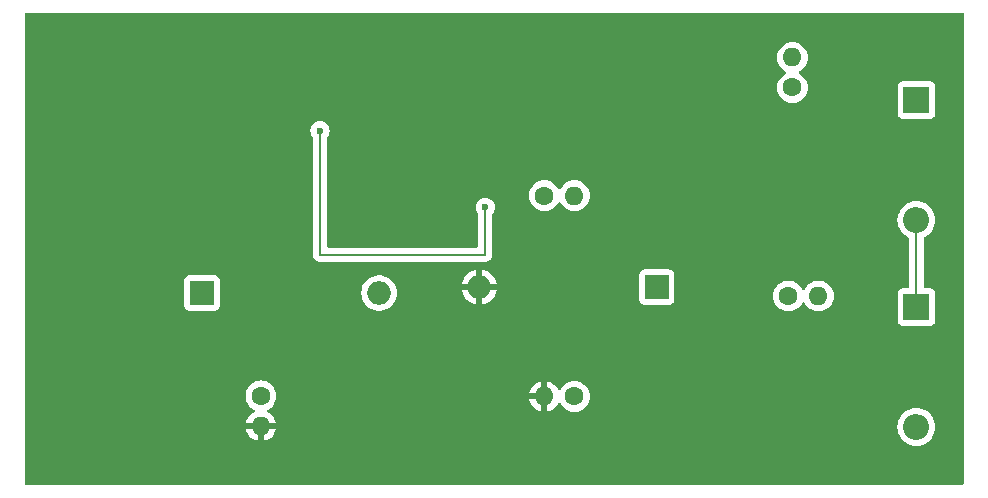
<source format=gbr>
%TF.GenerationSoftware,KiCad,Pcbnew,8.0.6*%
%TF.CreationDate,2024-11-12T11:26:48-05:00*%
%TF.ProjectId,Lab8 Schematic,4c616238-2053-4636-9865-6d617469632e,rev?*%
%TF.SameCoordinates,Original*%
%TF.FileFunction,Copper,L2,Bot*%
%TF.FilePolarity,Positive*%
%FSLAX46Y46*%
G04 Gerber Fmt 4.6, Leading zero omitted, Abs format (unit mm)*
G04 Created by KiCad (PCBNEW 8.0.6) date 2024-11-12 11:26:48*
%MOMM*%
%LPD*%
G01*
G04 APERTURE LIST*
%TA.AperFunction,ComponentPad*%
%ADD10R,2.000000X2.000000*%
%TD*%
%TA.AperFunction,ComponentPad*%
%ADD11O,2.000000X2.000000*%
%TD*%
%TA.AperFunction,ComponentPad*%
%ADD12C,1.600000*%
%TD*%
%TA.AperFunction,ComponentPad*%
%ADD13O,1.600000X1.600000*%
%TD*%
%TA.AperFunction,ComponentPad*%
%ADD14R,2.200000X2.200000*%
%TD*%
%TA.AperFunction,ComponentPad*%
%ADD15O,2.200000X2.200000*%
%TD*%
%TA.AperFunction,ViaPad*%
%ADD16C,0.600000*%
%TD*%
%TA.AperFunction,Conductor*%
%ADD17C,0.200000*%
%TD*%
G04 APERTURE END LIST*
D10*
%TO.P,C2,1*%
%TO.N,Net-(U3-+)*%
X149500000Y-56257500D03*
D11*
%TO.P,C2,2*%
%TO.N,GND*%
X134500000Y-56257500D03*
%TD*%
D10*
%TO.P,C1,1*%
%TO.N,Net-(U1--)*%
X111000000Y-56742500D03*
D11*
%TO.P,C1,2*%
%TO.N,Net-(U2-+)*%
X126000000Y-56742500D03*
%TD*%
D12*
%TO.P,R5,1*%
%TO.N,Net-(R4-Pad2)*%
X160655000Y-57000000D03*
D13*
%TO.P,R5,2*%
%TO.N,Net-(D1-A)*%
X163195000Y-57000000D03*
%TD*%
D12*
%TO.P,R4,1*%
%TO.N,Net-(U3--)*%
X161000000Y-39345000D03*
D13*
%TO.P,R4,2*%
%TO.N,Net-(R4-Pad2)*%
X161000000Y-36805000D03*
%TD*%
%TO.P,R3,2*%
%TO.N,GND*%
X140000000Y-65500000D03*
D12*
%TO.P,R3,1*%
%TO.N,Net-(U3--)*%
X142540000Y-65500000D03*
%TD*%
%TO.P,R2,1*%
%TO.N,Net-(U2--)*%
X140000000Y-48500000D03*
D13*
%TO.P,R2,2*%
%TO.N,Net-(U3-+)*%
X142540000Y-48500000D03*
%TD*%
D12*
%TO.P,R1,1*%
%TO.N,Net-(U2-+)*%
X116000000Y-65460000D03*
D13*
%TO.P,R1,2*%
%TO.N,GND*%
X116000000Y-68000000D03*
%TD*%
D14*
%TO.P,D1,1,K*%
%TO.N,+3.3V*%
X171500000Y-40420000D03*
D15*
%TO.P,D1,2,A*%
%TO.N,Net-(D1-A)*%
X171500000Y-50580000D03*
%TD*%
D14*
%TO.P,D2,1,K*%
%TO.N,Net-(D1-A)*%
X171500000Y-57920000D03*
D15*
%TO.P,D2,2,A*%
%TO.N,-3V3*%
X171500000Y-68080000D03*
%TD*%
D16*
%TO.N,Net-(U2--)*%
X121000000Y-43000000D03*
X135000000Y-49500000D03*
%TD*%
D17*
%TO.N,Net-(D1-A)*%
X171500000Y-57920000D02*
X171500000Y-50580000D01*
%TO.N,Net-(U2--)*%
X121000000Y-43000000D02*
X121000000Y-53500000D01*
X135000000Y-53500000D02*
X135000000Y-49500000D01*
X121000000Y-53500000D02*
X135000000Y-53500000D01*
%TD*%
%TA.AperFunction,Conductor*%
%TO.N,GND*%
G36*
X175443039Y-33020185D02*
G01*
X175488794Y-33072989D01*
X175500000Y-33124500D01*
X175500000Y-72876000D01*
X175480315Y-72943039D01*
X175427511Y-72988794D01*
X175376000Y-73000000D01*
X96124000Y-73000000D01*
X96056961Y-72980315D01*
X96011206Y-72927511D01*
X96000000Y-72876000D01*
X96000000Y-65459998D01*
X114694532Y-65459998D01*
X114694532Y-65460001D01*
X114714364Y-65686686D01*
X114714366Y-65686697D01*
X114773258Y-65906488D01*
X114773261Y-65906497D01*
X114869431Y-66112732D01*
X114869432Y-66112734D01*
X114999954Y-66299141D01*
X115160858Y-66460045D01*
X115160861Y-66460047D01*
X115347266Y-66590568D01*
X115405865Y-66617893D01*
X115458305Y-66664065D01*
X115477457Y-66731258D01*
X115457242Y-66798139D01*
X115405867Y-66842657D01*
X115347515Y-66869867D01*
X115161179Y-67000342D01*
X115000342Y-67161179D01*
X114869865Y-67347517D01*
X114773734Y-67553673D01*
X114773730Y-67553682D01*
X114721127Y-67749999D01*
X114721128Y-67750000D01*
X115684314Y-67750000D01*
X115679920Y-67754394D01*
X115627259Y-67845606D01*
X115600000Y-67947339D01*
X115600000Y-68052661D01*
X115627259Y-68154394D01*
X115679920Y-68245606D01*
X115684314Y-68250000D01*
X114721128Y-68250000D01*
X114773730Y-68446317D01*
X114773734Y-68446326D01*
X114869865Y-68652482D01*
X115000342Y-68838820D01*
X115161179Y-68999657D01*
X115347517Y-69130134D01*
X115553673Y-69226265D01*
X115553682Y-69226269D01*
X115749999Y-69278872D01*
X115750000Y-69278871D01*
X115750000Y-68315686D01*
X115754394Y-68320080D01*
X115845606Y-68372741D01*
X115947339Y-68400000D01*
X116052661Y-68400000D01*
X116154394Y-68372741D01*
X116245606Y-68320080D01*
X116250000Y-68315686D01*
X116250000Y-69278872D01*
X116446317Y-69226269D01*
X116446326Y-69226265D01*
X116652482Y-69130134D01*
X116838820Y-68999657D01*
X116999657Y-68838820D01*
X117130134Y-68652482D01*
X117226265Y-68446326D01*
X117226269Y-68446317D01*
X117278872Y-68250000D01*
X116315686Y-68250000D01*
X116320080Y-68245606D01*
X116372741Y-68154394D01*
X116392675Y-68080000D01*
X169894551Y-68080000D01*
X169914317Y-68331151D01*
X169973126Y-68576110D01*
X170069533Y-68808859D01*
X170201160Y-69023653D01*
X170201161Y-69023656D01*
X170201164Y-69023659D01*
X170364776Y-69215224D01*
X170513066Y-69341875D01*
X170556343Y-69378838D01*
X170556346Y-69378839D01*
X170771140Y-69510466D01*
X171003889Y-69606873D01*
X171248852Y-69665683D01*
X171500000Y-69685449D01*
X171751148Y-69665683D01*
X171996111Y-69606873D01*
X172228859Y-69510466D01*
X172443659Y-69378836D01*
X172635224Y-69215224D01*
X172798836Y-69023659D01*
X172930466Y-68808859D01*
X173026873Y-68576111D01*
X173085683Y-68331148D01*
X173105449Y-68080000D01*
X173085683Y-67828852D01*
X173026873Y-67583889D01*
X172930466Y-67351141D01*
X172930466Y-67351140D01*
X172798839Y-67136346D01*
X172798838Y-67136343D01*
X172761875Y-67093066D01*
X172635224Y-66944776D01*
X172508571Y-66836604D01*
X172443656Y-66781161D01*
X172443653Y-66781160D01*
X172228859Y-66649533D01*
X171996110Y-66553126D01*
X171751151Y-66494317D01*
X171500000Y-66474551D01*
X171248848Y-66494317D01*
X171003889Y-66553126D01*
X170771140Y-66649533D01*
X170556346Y-66781160D01*
X170556343Y-66781161D01*
X170364776Y-66944776D01*
X170201161Y-67136343D01*
X170201160Y-67136346D01*
X170069533Y-67351140D01*
X169973126Y-67583889D01*
X169914317Y-67828848D01*
X169894551Y-68080000D01*
X116392675Y-68080000D01*
X116400000Y-68052661D01*
X116400000Y-67947339D01*
X116372741Y-67845606D01*
X116320080Y-67754394D01*
X116315686Y-67750000D01*
X117278872Y-67750000D01*
X117278872Y-67749999D01*
X117226269Y-67553682D01*
X117226265Y-67553673D01*
X117130134Y-67347517D01*
X116999657Y-67161179D01*
X116838820Y-67000342D01*
X116652482Y-66869865D01*
X116594133Y-66842657D01*
X116541694Y-66796484D01*
X116522542Y-66729291D01*
X116542758Y-66662410D01*
X116594129Y-66617895D01*
X116652734Y-66590568D01*
X116839139Y-66460047D01*
X117000047Y-66299139D01*
X117130568Y-66112734D01*
X117226739Y-65906496D01*
X117285635Y-65686692D01*
X117305468Y-65460000D01*
X117287095Y-65249999D01*
X138721127Y-65249999D01*
X138721128Y-65250000D01*
X139684314Y-65250000D01*
X139679920Y-65254394D01*
X139627259Y-65345606D01*
X139600000Y-65447339D01*
X139600000Y-65552661D01*
X139627259Y-65654394D01*
X139679920Y-65745606D01*
X139684314Y-65750000D01*
X138721128Y-65750000D01*
X138773730Y-65946317D01*
X138773734Y-65946326D01*
X138869865Y-66152482D01*
X139000342Y-66338820D01*
X139161179Y-66499657D01*
X139347517Y-66630134D01*
X139553673Y-66726265D01*
X139553682Y-66726269D01*
X139749999Y-66778872D01*
X139750000Y-66778871D01*
X139750000Y-65815686D01*
X139754394Y-65820080D01*
X139845606Y-65872741D01*
X139947339Y-65900000D01*
X140052661Y-65900000D01*
X140154394Y-65872741D01*
X140245606Y-65820080D01*
X140250000Y-65815686D01*
X140250000Y-66778872D01*
X140446317Y-66726269D01*
X140446326Y-66726265D01*
X140652482Y-66630134D01*
X140838820Y-66499657D01*
X140999657Y-66338820D01*
X141130132Y-66152484D01*
X141157341Y-66094134D01*
X141203513Y-66041695D01*
X141270707Y-66022542D01*
X141337588Y-66042757D01*
X141382106Y-66094133D01*
X141409431Y-66152732D01*
X141409432Y-66152734D01*
X141539954Y-66339141D01*
X141700858Y-66500045D01*
X141700861Y-66500047D01*
X141887266Y-66630568D01*
X142093504Y-66726739D01*
X142313308Y-66785635D01*
X142475230Y-66799801D01*
X142539998Y-66805468D01*
X142540000Y-66805468D01*
X142540002Y-66805468D01*
X142596673Y-66800509D01*
X142766692Y-66785635D01*
X142986496Y-66726739D01*
X143192734Y-66630568D01*
X143379139Y-66500047D01*
X143540047Y-66339139D01*
X143670568Y-66152734D01*
X143766739Y-65946496D01*
X143825635Y-65726692D01*
X143845468Y-65500000D01*
X143841968Y-65460000D01*
X143825635Y-65273313D01*
X143825635Y-65273308D01*
X143766739Y-65053504D01*
X143670568Y-64847266D01*
X143540047Y-64660861D01*
X143540045Y-64660858D01*
X143379141Y-64499954D01*
X143192734Y-64369432D01*
X143192732Y-64369431D01*
X142986497Y-64273261D01*
X142986488Y-64273258D01*
X142766697Y-64214366D01*
X142766693Y-64214365D01*
X142766692Y-64214365D01*
X142766691Y-64214364D01*
X142766686Y-64214364D01*
X142540002Y-64194532D01*
X142539998Y-64194532D01*
X142313313Y-64214364D01*
X142313302Y-64214366D01*
X142093511Y-64273258D01*
X142093502Y-64273261D01*
X141887267Y-64369431D01*
X141887265Y-64369432D01*
X141700858Y-64499954D01*
X141539954Y-64660858D01*
X141437439Y-64807267D01*
X141409432Y-64847266D01*
X141409315Y-64847518D01*
X141382106Y-64905867D01*
X141335933Y-64958306D01*
X141268739Y-64977457D01*
X141201858Y-64957241D01*
X141157342Y-64905865D01*
X141130135Y-64847520D01*
X141130134Y-64847518D01*
X140999657Y-64661179D01*
X140838820Y-64500342D01*
X140652482Y-64369865D01*
X140446328Y-64273734D01*
X140250000Y-64221127D01*
X140250000Y-65184314D01*
X140245606Y-65179920D01*
X140154394Y-65127259D01*
X140052661Y-65100000D01*
X139947339Y-65100000D01*
X139845606Y-65127259D01*
X139754394Y-65179920D01*
X139750000Y-65184314D01*
X139750000Y-64221127D01*
X139553671Y-64273734D01*
X139347517Y-64369865D01*
X139161179Y-64500342D01*
X139000342Y-64661179D01*
X138869865Y-64847517D01*
X138773734Y-65053673D01*
X138773730Y-65053682D01*
X138721127Y-65249999D01*
X117287095Y-65249999D01*
X117285635Y-65233308D01*
X117226739Y-65013504D01*
X117130568Y-64807266D01*
X117000047Y-64620861D01*
X117000045Y-64620858D01*
X116839141Y-64459954D01*
X116652734Y-64329432D01*
X116652732Y-64329431D01*
X116446497Y-64233261D01*
X116446488Y-64233258D01*
X116226697Y-64174366D01*
X116226693Y-64174365D01*
X116226692Y-64174365D01*
X116226691Y-64174364D01*
X116226686Y-64174364D01*
X116000002Y-64154532D01*
X115999998Y-64154532D01*
X115773313Y-64174364D01*
X115773302Y-64174366D01*
X115553511Y-64233258D01*
X115553502Y-64233261D01*
X115347267Y-64329431D01*
X115347265Y-64329432D01*
X115160858Y-64459954D01*
X114999954Y-64620858D01*
X114869432Y-64807265D01*
X114869431Y-64807267D01*
X114773261Y-65013502D01*
X114773258Y-65013511D01*
X114714366Y-65233302D01*
X114714364Y-65233313D01*
X114694532Y-65459998D01*
X96000000Y-65459998D01*
X96000000Y-55694635D01*
X109499500Y-55694635D01*
X109499500Y-57790370D01*
X109499501Y-57790376D01*
X109505908Y-57849983D01*
X109556202Y-57984828D01*
X109556206Y-57984835D01*
X109642452Y-58100044D01*
X109642455Y-58100047D01*
X109757664Y-58186293D01*
X109757671Y-58186297D01*
X109892517Y-58236591D01*
X109892516Y-58236591D01*
X109899444Y-58237335D01*
X109952127Y-58243000D01*
X112047872Y-58242999D01*
X112107483Y-58236591D01*
X112242331Y-58186296D01*
X112357546Y-58100046D01*
X112443796Y-57984831D01*
X112494091Y-57849983D01*
X112500500Y-57790373D01*
X112500499Y-56742494D01*
X124494357Y-56742494D01*
X124494357Y-56742505D01*
X124514890Y-56990312D01*
X124514892Y-56990324D01*
X124575936Y-57231381D01*
X124675826Y-57459106D01*
X124811833Y-57667282D01*
X124811836Y-57667285D01*
X124980256Y-57850238D01*
X125176491Y-58002974D01*
X125395190Y-58121328D01*
X125630386Y-58202071D01*
X125875665Y-58243000D01*
X126124335Y-58243000D01*
X126369614Y-58202071D01*
X126604810Y-58121328D01*
X126823509Y-58002974D01*
X127019744Y-57850238D01*
X127188164Y-57667285D01*
X127324173Y-57459107D01*
X127424063Y-57231381D01*
X127485108Y-56990321D01*
X127485109Y-56990312D01*
X127505643Y-56742505D01*
X127505643Y-56742494D01*
X127485109Y-56494687D01*
X127485107Y-56494675D01*
X127424063Y-56253618D01*
X127324173Y-56025893D01*
X127312156Y-56007500D01*
X133015960Y-56007500D01*
X134066988Y-56007500D01*
X134034075Y-56064507D01*
X134000000Y-56191674D01*
X134000000Y-56323326D01*
X134034075Y-56450493D01*
X134066988Y-56507500D01*
X133015960Y-56507500D01*
X133076411Y-56746216D01*
X133176267Y-56973867D01*
X133312232Y-57181978D01*
X133480592Y-57364864D01*
X133480602Y-57364873D01*
X133676762Y-57517551D01*
X133676771Y-57517557D01*
X133895385Y-57635864D01*
X133895396Y-57635869D01*
X134130507Y-57716583D01*
X134249999Y-57736523D01*
X134250000Y-57736522D01*
X134250000Y-56690512D01*
X134307007Y-56723425D01*
X134434174Y-56757500D01*
X134565826Y-56757500D01*
X134692993Y-56723425D01*
X134750000Y-56690512D01*
X134750000Y-57736523D01*
X134869492Y-57716583D01*
X135104603Y-57635869D01*
X135104614Y-57635864D01*
X135323228Y-57517557D01*
X135323237Y-57517551D01*
X135519397Y-57364873D01*
X135519407Y-57364864D01*
X135687767Y-57181978D01*
X135823732Y-56973867D01*
X135923588Y-56746216D01*
X135984040Y-56507500D01*
X134933012Y-56507500D01*
X134965925Y-56450493D01*
X135000000Y-56323326D01*
X135000000Y-56191674D01*
X134965925Y-56064507D01*
X134933012Y-56007500D01*
X135984040Y-56007500D01*
X135923588Y-55768783D01*
X135823732Y-55541132D01*
X135687767Y-55333021D01*
X135574181Y-55209635D01*
X147999500Y-55209635D01*
X147999500Y-57305370D01*
X147999501Y-57305376D01*
X148005908Y-57364983D01*
X148056202Y-57499828D01*
X148056206Y-57499835D01*
X148142452Y-57615044D01*
X148142455Y-57615047D01*
X148257664Y-57701293D01*
X148257671Y-57701297D01*
X148392517Y-57751591D01*
X148392516Y-57751591D01*
X148399444Y-57752335D01*
X148452127Y-57758000D01*
X150547872Y-57757999D01*
X150607483Y-57751591D01*
X150742331Y-57701296D01*
X150857546Y-57615046D01*
X150943796Y-57499831D01*
X150994091Y-57364983D01*
X151000500Y-57305373D01*
X151000500Y-56999998D01*
X159349532Y-56999998D01*
X159349532Y-57000001D01*
X159369364Y-57226685D01*
X159369366Y-57226697D01*
X159428258Y-57446488D01*
X159428261Y-57446497D01*
X159524431Y-57652732D01*
X159524432Y-57652734D01*
X159654954Y-57839141D01*
X159815858Y-58000045D01*
X159815861Y-58000047D01*
X160002266Y-58130568D01*
X160208504Y-58226739D01*
X160428308Y-58285635D01*
X160590230Y-58299801D01*
X160654998Y-58305468D01*
X160655000Y-58305468D01*
X160655002Y-58305468D01*
X160711673Y-58300509D01*
X160881692Y-58285635D01*
X161101496Y-58226739D01*
X161307734Y-58130568D01*
X161494139Y-58000047D01*
X161655047Y-57839139D01*
X161785568Y-57652734D01*
X161812618Y-57594724D01*
X161858790Y-57542285D01*
X161925983Y-57523133D01*
X161992865Y-57543348D01*
X162037382Y-57594725D01*
X162064429Y-57652728D01*
X162064432Y-57652734D01*
X162194954Y-57839141D01*
X162355858Y-58000045D01*
X162355861Y-58000047D01*
X162542266Y-58130568D01*
X162748504Y-58226739D01*
X162968308Y-58285635D01*
X163130230Y-58299801D01*
X163194998Y-58305468D01*
X163195000Y-58305468D01*
X163195002Y-58305468D01*
X163251673Y-58300509D01*
X163421692Y-58285635D01*
X163641496Y-58226739D01*
X163847734Y-58130568D01*
X164034139Y-58000047D01*
X164195047Y-57839139D01*
X164325568Y-57652734D01*
X164421739Y-57446496D01*
X164480635Y-57226692D01*
X164500468Y-57000000D01*
X164499621Y-56990324D01*
X164480635Y-56773313D01*
X164480635Y-56773308D01*
X164435916Y-56606415D01*
X164421741Y-56553511D01*
X164421738Y-56553502D01*
X164325568Y-56347267D01*
X164325567Y-56347265D01*
X164259995Y-56253618D01*
X164195047Y-56160861D01*
X164195045Y-56160858D01*
X164034141Y-55999954D01*
X163847734Y-55869432D01*
X163847732Y-55869431D01*
X163641497Y-55773261D01*
X163641488Y-55773258D01*
X163421697Y-55714366D01*
X163421693Y-55714365D01*
X163421692Y-55714365D01*
X163421691Y-55714364D01*
X163421686Y-55714364D01*
X163195002Y-55694532D01*
X163194998Y-55694532D01*
X162968313Y-55714364D01*
X162968302Y-55714366D01*
X162748511Y-55773258D01*
X162748502Y-55773261D01*
X162542267Y-55869431D01*
X162542265Y-55869432D01*
X162355858Y-55999954D01*
X162194954Y-56160858D01*
X162064432Y-56347265D01*
X162064431Y-56347267D01*
X162037382Y-56405275D01*
X161991209Y-56457714D01*
X161924016Y-56476866D01*
X161857135Y-56456650D01*
X161812618Y-56405275D01*
X161785568Y-56347267D01*
X161785567Y-56347265D01*
X161719995Y-56253618D01*
X161655047Y-56160861D01*
X161655045Y-56160858D01*
X161494141Y-55999954D01*
X161307734Y-55869432D01*
X161307732Y-55869431D01*
X161101497Y-55773261D01*
X161101488Y-55773258D01*
X160881697Y-55714366D01*
X160881693Y-55714365D01*
X160881692Y-55714365D01*
X160881691Y-55714364D01*
X160881686Y-55714364D01*
X160655002Y-55694532D01*
X160654998Y-55694532D01*
X160428313Y-55714364D01*
X160428302Y-55714366D01*
X160208511Y-55773258D01*
X160208502Y-55773261D01*
X160002267Y-55869431D01*
X160002265Y-55869432D01*
X159815858Y-55999954D01*
X159654954Y-56160858D01*
X159524432Y-56347265D01*
X159524431Y-56347267D01*
X159428261Y-56553502D01*
X159428258Y-56553511D01*
X159369366Y-56773302D01*
X159369364Y-56773313D01*
X159349532Y-56999998D01*
X151000500Y-56999998D01*
X151000499Y-55209628D01*
X150994091Y-55150017D01*
X150943796Y-55015169D01*
X150943795Y-55015168D01*
X150943793Y-55015164D01*
X150857547Y-54899955D01*
X150857544Y-54899952D01*
X150742335Y-54813706D01*
X150742328Y-54813702D01*
X150607482Y-54763408D01*
X150607483Y-54763408D01*
X150547883Y-54757001D01*
X150547881Y-54757000D01*
X150547873Y-54757000D01*
X150547864Y-54757000D01*
X148452129Y-54757000D01*
X148452123Y-54757001D01*
X148392516Y-54763408D01*
X148257671Y-54813702D01*
X148257664Y-54813706D01*
X148142455Y-54899952D01*
X148142452Y-54899955D01*
X148056206Y-55015164D01*
X148056202Y-55015171D01*
X148005908Y-55150017D01*
X147999501Y-55209616D01*
X147999501Y-55209623D01*
X147999500Y-55209635D01*
X135574181Y-55209635D01*
X135519407Y-55150135D01*
X135519397Y-55150126D01*
X135323237Y-54997448D01*
X135323228Y-54997442D01*
X135104614Y-54879135D01*
X135104603Y-54879130D01*
X134869492Y-54798416D01*
X134750000Y-54778476D01*
X134750000Y-55824488D01*
X134692993Y-55791575D01*
X134565826Y-55757500D01*
X134434174Y-55757500D01*
X134307007Y-55791575D01*
X134250000Y-55824488D01*
X134250000Y-54778476D01*
X134249999Y-54778476D01*
X134130507Y-54798416D01*
X133895396Y-54879130D01*
X133895385Y-54879135D01*
X133676771Y-54997442D01*
X133676762Y-54997448D01*
X133480602Y-55150126D01*
X133480592Y-55150135D01*
X133312232Y-55333021D01*
X133176267Y-55541132D01*
X133076411Y-55768783D01*
X133015960Y-56007500D01*
X127312156Y-56007500D01*
X127188166Y-55817717D01*
X127132732Y-55757500D01*
X127019744Y-55634762D01*
X126823509Y-55482026D01*
X126823507Y-55482025D01*
X126823506Y-55482024D01*
X126604811Y-55363672D01*
X126604802Y-55363669D01*
X126369616Y-55282929D01*
X126124335Y-55242000D01*
X125875665Y-55242000D01*
X125630383Y-55282929D01*
X125395197Y-55363669D01*
X125395188Y-55363672D01*
X125176493Y-55482024D01*
X124980257Y-55634761D01*
X124811833Y-55817717D01*
X124675826Y-56025893D01*
X124575936Y-56253618D01*
X124514892Y-56494675D01*
X124514890Y-56494687D01*
X124494357Y-56742494D01*
X112500499Y-56742494D01*
X112500499Y-55694628D01*
X112494091Y-55635017D01*
X112443796Y-55500169D01*
X112443795Y-55500168D01*
X112443793Y-55500164D01*
X112357547Y-55384955D01*
X112357544Y-55384952D01*
X112242335Y-55298706D01*
X112242328Y-55298702D01*
X112107482Y-55248408D01*
X112107483Y-55248408D01*
X112047883Y-55242001D01*
X112047881Y-55242000D01*
X112047873Y-55242000D01*
X112047864Y-55242000D01*
X109952129Y-55242000D01*
X109952123Y-55242001D01*
X109892516Y-55248408D01*
X109757671Y-55298702D01*
X109757664Y-55298706D01*
X109642455Y-55384952D01*
X109642452Y-55384955D01*
X109556206Y-55500164D01*
X109556202Y-55500171D01*
X109505908Y-55635017D01*
X109499510Y-55694532D01*
X109499501Y-55694623D01*
X109499500Y-55694635D01*
X96000000Y-55694635D01*
X96000000Y-42999996D01*
X120194435Y-42999996D01*
X120194435Y-43000003D01*
X120214630Y-43179249D01*
X120214631Y-43179254D01*
X120274211Y-43349523D01*
X120370185Y-43502263D01*
X120372445Y-43505097D01*
X120373334Y-43507275D01*
X120373889Y-43508158D01*
X120373734Y-43508255D01*
X120398855Y-43569783D01*
X120399500Y-43582412D01*
X120399500Y-53579056D01*
X120440423Y-53731783D01*
X120440426Y-53731790D01*
X120519475Y-53868709D01*
X120519479Y-53868714D01*
X120519480Y-53868716D01*
X120631284Y-53980520D01*
X120631286Y-53980521D01*
X120631290Y-53980524D01*
X120768209Y-54059573D01*
X120768216Y-54059577D01*
X120920943Y-54100500D01*
X120920945Y-54100500D01*
X135079055Y-54100500D01*
X135079057Y-54100500D01*
X135231784Y-54059577D01*
X135368716Y-53980520D01*
X135480520Y-53868716D01*
X135559577Y-53731784D01*
X135600500Y-53579057D01*
X135600500Y-50580000D01*
X169894551Y-50580000D01*
X169914317Y-50831151D01*
X169973126Y-51076110D01*
X170069533Y-51308859D01*
X170201160Y-51523653D01*
X170201161Y-51523656D01*
X170201164Y-51523659D01*
X170364776Y-51715224D01*
X170513066Y-51841875D01*
X170556343Y-51878838D01*
X170556345Y-51878838D01*
X170771141Y-52010466D01*
X170822953Y-52031927D01*
X170877355Y-52075765D01*
X170899421Y-52142059D01*
X170899500Y-52146487D01*
X170899500Y-56195500D01*
X170879815Y-56262539D01*
X170827011Y-56308294D01*
X170775500Y-56319500D01*
X170352129Y-56319500D01*
X170352123Y-56319501D01*
X170292516Y-56325908D01*
X170157671Y-56376202D01*
X170157664Y-56376206D01*
X170042455Y-56462452D01*
X170042452Y-56462455D01*
X169956206Y-56577664D01*
X169956202Y-56577671D01*
X169905908Y-56712517D01*
X169899501Y-56772116D01*
X169899501Y-56772123D01*
X169899500Y-56772135D01*
X169899500Y-59067870D01*
X169899501Y-59067876D01*
X169905908Y-59127483D01*
X169956202Y-59262328D01*
X169956206Y-59262335D01*
X170042452Y-59377544D01*
X170042455Y-59377547D01*
X170157664Y-59463793D01*
X170157671Y-59463797D01*
X170292517Y-59514091D01*
X170292516Y-59514091D01*
X170299444Y-59514835D01*
X170352127Y-59520500D01*
X172647872Y-59520499D01*
X172707483Y-59514091D01*
X172842331Y-59463796D01*
X172957546Y-59377546D01*
X173043796Y-59262331D01*
X173094091Y-59127483D01*
X173100500Y-59067873D01*
X173100499Y-56772128D01*
X173094091Y-56712517D01*
X173043796Y-56577669D01*
X173043795Y-56577668D01*
X173043793Y-56577664D01*
X172957547Y-56462455D01*
X172957544Y-56462452D01*
X172842335Y-56376206D01*
X172842328Y-56376202D01*
X172707482Y-56325908D01*
X172707483Y-56325908D01*
X172647883Y-56319501D01*
X172647881Y-56319500D01*
X172647873Y-56319500D01*
X172647865Y-56319500D01*
X172224500Y-56319500D01*
X172157461Y-56299815D01*
X172111706Y-56247011D01*
X172100500Y-56195500D01*
X172100500Y-52146487D01*
X172120185Y-52079448D01*
X172172989Y-52033693D01*
X172177002Y-52031945D01*
X172228859Y-52010466D01*
X172443659Y-51878836D01*
X172635224Y-51715224D01*
X172798836Y-51523659D01*
X172930466Y-51308859D01*
X173026873Y-51076111D01*
X173085683Y-50831148D01*
X173105449Y-50580000D01*
X173085683Y-50328852D01*
X173026873Y-50083889D01*
X172998493Y-50015373D01*
X172930466Y-49851140D01*
X172798839Y-49636346D01*
X172798838Y-49636343D01*
X172761875Y-49593066D01*
X172635224Y-49444776D01*
X172490008Y-49320750D01*
X172443656Y-49281161D01*
X172443653Y-49281160D01*
X172228859Y-49149533D01*
X171996110Y-49053126D01*
X171751151Y-48994317D01*
X171500000Y-48974551D01*
X171248848Y-48994317D01*
X171003889Y-49053126D01*
X170771140Y-49149533D01*
X170556346Y-49281160D01*
X170556343Y-49281161D01*
X170364776Y-49444776D01*
X170201161Y-49636343D01*
X170201160Y-49636346D01*
X170069533Y-49851140D01*
X169973126Y-50083889D01*
X169914317Y-50328848D01*
X169894551Y-50580000D01*
X135600500Y-50580000D01*
X135600500Y-50082412D01*
X135620185Y-50015373D01*
X135627555Y-50005097D01*
X135629810Y-50002267D01*
X135629816Y-50002262D01*
X135725789Y-49849522D01*
X135785368Y-49679255D01*
X135790203Y-49636343D01*
X135805565Y-49500003D01*
X135805565Y-49499996D01*
X135785369Y-49320750D01*
X135785368Y-49320745D01*
X135726578Y-49152734D01*
X135725789Y-49150478D01*
X135629816Y-48997738D01*
X135502262Y-48870184D01*
X135349523Y-48774211D01*
X135179254Y-48714631D01*
X135179249Y-48714630D01*
X135000004Y-48694435D01*
X134999996Y-48694435D01*
X134820750Y-48714630D01*
X134820745Y-48714631D01*
X134650476Y-48774211D01*
X134497737Y-48870184D01*
X134370184Y-48997737D01*
X134274211Y-49150476D01*
X134214631Y-49320745D01*
X134214630Y-49320750D01*
X134194435Y-49499996D01*
X134194435Y-49500003D01*
X134214630Y-49679249D01*
X134214631Y-49679254D01*
X134274211Y-49849523D01*
X134370185Y-50002263D01*
X134372445Y-50005097D01*
X134373334Y-50007275D01*
X134373889Y-50008158D01*
X134373734Y-50008255D01*
X134398855Y-50069783D01*
X134399500Y-50082412D01*
X134399500Y-52775500D01*
X134379815Y-52842539D01*
X134327011Y-52888294D01*
X134275500Y-52899500D01*
X121724500Y-52899500D01*
X121657461Y-52879815D01*
X121611706Y-52827011D01*
X121600500Y-52775500D01*
X121600500Y-48499998D01*
X138694532Y-48499998D01*
X138694532Y-48500001D01*
X138714364Y-48726686D01*
X138714366Y-48726697D01*
X138773258Y-48946488D01*
X138773261Y-48946497D01*
X138869431Y-49152732D01*
X138869432Y-49152734D01*
X138999954Y-49339141D01*
X139160858Y-49500045D01*
X139160861Y-49500047D01*
X139347266Y-49630568D01*
X139553504Y-49726739D01*
X139773308Y-49785635D01*
X139935230Y-49799801D01*
X139999998Y-49805468D01*
X140000000Y-49805468D01*
X140000002Y-49805468D01*
X140056673Y-49800509D01*
X140226692Y-49785635D01*
X140446496Y-49726739D01*
X140652734Y-49630568D01*
X140839139Y-49500047D01*
X141000047Y-49339139D01*
X141130568Y-49152734D01*
X141157618Y-49094724D01*
X141203790Y-49042285D01*
X141270983Y-49023133D01*
X141337865Y-49043348D01*
X141382382Y-49094725D01*
X141409429Y-49152728D01*
X141409432Y-49152734D01*
X141539954Y-49339141D01*
X141700858Y-49500045D01*
X141700861Y-49500047D01*
X141887266Y-49630568D01*
X142093504Y-49726739D01*
X142313308Y-49785635D01*
X142475230Y-49799801D01*
X142539998Y-49805468D01*
X142540000Y-49805468D01*
X142540002Y-49805468D01*
X142596673Y-49800509D01*
X142766692Y-49785635D01*
X142986496Y-49726739D01*
X143192734Y-49630568D01*
X143379139Y-49500047D01*
X143540047Y-49339139D01*
X143670568Y-49152734D01*
X143766739Y-48946496D01*
X143825635Y-48726692D01*
X143845468Y-48500000D01*
X143825635Y-48273308D01*
X143766739Y-48053504D01*
X143670568Y-47847266D01*
X143540047Y-47660861D01*
X143540045Y-47660858D01*
X143379141Y-47499954D01*
X143192734Y-47369432D01*
X143192732Y-47369431D01*
X142986497Y-47273261D01*
X142986488Y-47273258D01*
X142766697Y-47214366D01*
X142766693Y-47214365D01*
X142766692Y-47214365D01*
X142766691Y-47214364D01*
X142766686Y-47214364D01*
X142540002Y-47194532D01*
X142539998Y-47194532D01*
X142313313Y-47214364D01*
X142313302Y-47214366D01*
X142093511Y-47273258D01*
X142093502Y-47273261D01*
X141887267Y-47369431D01*
X141887265Y-47369432D01*
X141700858Y-47499954D01*
X141539954Y-47660858D01*
X141409432Y-47847265D01*
X141409431Y-47847267D01*
X141382382Y-47905275D01*
X141336209Y-47957714D01*
X141269016Y-47976866D01*
X141202135Y-47956650D01*
X141157618Y-47905275D01*
X141130568Y-47847267D01*
X141130567Y-47847265D01*
X141000045Y-47660858D01*
X140839141Y-47499954D01*
X140652734Y-47369432D01*
X140652732Y-47369431D01*
X140446497Y-47273261D01*
X140446488Y-47273258D01*
X140226697Y-47214366D01*
X140226693Y-47214365D01*
X140226692Y-47214365D01*
X140226691Y-47214364D01*
X140226686Y-47214364D01*
X140000002Y-47194532D01*
X139999998Y-47194532D01*
X139773313Y-47214364D01*
X139773302Y-47214366D01*
X139553511Y-47273258D01*
X139553502Y-47273261D01*
X139347267Y-47369431D01*
X139347265Y-47369432D01*
X139160858Y-47499954D01*
X138999954Y-47660858D01*
X138869432Y-47847265D01*
X138869431Y-47847267D01*
X138773261Y-48053502D01*
X138773258Y-48053511D01*
X138714366Y-48273302D01*
X138714364Y-48273313D01*
X138694532Y-48499998D01*
X121600500Y-48499998D01*
X121600500Y-43582412D01*
X121620185Y-43515373D01*
X121627555Y-43505097D01*
X121629810Y-43502267D01*
X121629816Y-43502262D01*
X121725789Y-43349522D01*
X121785368Y-43179255D01*
X121805565Y-43000000D01*
X121785368Y-42820745D01*
X121725789Y-42650478D01*
X121629816Y-42497738D01*
X121502262Y-42370184D01*
X121349523Y-42274211D01*
X121179254Y-42214631D01*
X121179249Y-42214630D01*
X121000004Y-42194435D01*
X120999996Y-42194435D01*
X120820750Y-42214630D01*
X120820745Y-42214631D01*
X120650476Y-42274211D01*
X120497737Y-42370184D01*
X120370184Y-42497737D01*
X120274211Y-42650476D01*
X120214631Y-42820745D01*
X120214630Y-42820750D01*
X120194435Y-42999996D01*
X96000000Y-42999996D01*
X96000000Y-36804998D01*
X159694532Y-36804998D01*
X159694532Y-36805001D01*
X159714364Y-37031686D01*
X159714366Y-37031697D01*
X159773258Y-37251488D01*
X159773261Y-37251497D01*
X159869431Y-37457732D01*
X159869432Y-37457734D01*
X159999954Y-37644141D01*
X160160858Y-37805045D01*
X160160861Y-37805047D01*
X160347266Y-37935568D01*
X160405275Y-37962618D01*
X160457714Y-38008791D01*
X160476866Y-38075984D01*
X160456650Y-38142865D01*
X160405275Y-38187382D01*
X160347267Y-38214431D01*
X160347265Y-38214432D01*
X160160858Y-38344954D01*
X159999954Y-38505858D01*
X159869432Y-38692265D01*
X159869431Y-38692267D01*
X159773261Y-38898502D01*
X159773258Y-38898511D01*
X159714366Y-39118302D01*
X159714364Y-39118313D01*
X159694532Y-39344998D01*
X159694532Y-39345001D01*
X159714364Y-39571686D01*
X159714366Y-39571697D01*
X159773258Y-39791488D01*
X159773261Y-39791497D01*
X159869431Y-39997732D01*
X159869432Y-39997734D01*
X159999954Y-40184141D01*
X160160858Y-40345045D01*
X160160861Y-40345047D01*
X160347266Y-40475568D01*
X160553504Y-40571739D01*
X160773308Y-40630635D01*
X160935230Y-40644801D01*
X160999998Y-40650468D01*
X161000000Y-40650468D01*
X161000002Y-40650468D01*
X161056673Y-40645509D01*
X161226692Y-40630635D01*
X161446496Y-40571739D01*
X161652734Y-40475568D01*
X161839139Y-40345047D01*
X162000047Y-40184139D01*
X162130568Y-39997734D01*
X162226739Y-39791496D01*
X162285635Y-39571692D01*
X162305468Y-39345000D01*
X162299093Y-39272135D01*
X169899500Y-39272135D01*
X169899500Y-41567870D01*
X169899501Y-41567876D01*
X169905908Y-41627483D01*
X169956202Y-41762328D01*
X169956206Y-41762335D01*
X170042452Y-41877544D01*
X170042455Y-41877547D01*
X170157664Y-41963793D01*
X170157671Y-41963797D01*
X170292517Y-42014091D01*
X170292516Y-42014091D01*
X170299444Y-42014835D01*
X170352127Y-42020500D01*
X172647872Y-42020499D01*
X172707483Y-42014091D01*
X172842331Y-41963796D01*
X172957546Y-41877546D01*
X173043796Y-41762331D01*
X173094091Y-41627483D01*
X173100500Y-41567873D01*
X173100499Y-39272128D01*
X173094091Y-39212517D01*
X173058955Y-39118313D01*
X173043797Y-39077671D01*
X173043793Y-39077664D01*
X172957547Y-38962455D01*
X172957544Y-38962452D01*
X172842335Y-38876206D01*
X172842328Y-38876202D01*
X172707482Y-38825908D01*
X172707483Y-38825908D01*
X172647883Y-38819501D01*
X172647881Y-38819500D01*
X172647873Y-38819500D01*
X172647864Y-38819500D01*
X170352129Y-38819500D01*
X170352123Y-38819501D01*
X170292516Y-38825908D01*
X170157671Y-38876202D01*
X170157664Y-38876206D01*
X170042455Y-38962452D01*
X170042452Y-38962455D01*
X169956206Y-39077664D01*
X169956202Y-39077671D01*
X169905908Y-39212517D01*
X169899501Y-39272116D01*
X169899501Y-39272123D01*
X169899500Y-39272135D01*
X162299093Y-39272135D01*
X162285635Y-39118308D01*
X162226739Y-38898504D01*
X162130568Y-38692266D01*
X162000047Y-38505861D01*
X162000045Y-38505858D01*
X161839141Y-38344954D01*
X161652734Y-38214432D01*
X161652728Y-38214429D01*
X161594725Y-38187382D01*
X161542285Y-38141210D01*
X161523133Y-38074017D01*
X161543348Y-38007135D01*
X161594725Y-37962618D01*
X161652734Y-37935568D01*
X161839139Y-37805047D01*
X162000047Y-37644139D01*
X162130568Y-37457734D01*
X162226739Y-37251496D01*
X162285635Y-37031692D01*
X162305468Y-36805000D01*
X162285635Y-36578308D01*
X162226739Y-36358504D01*
X162130568Y-36152266D01*
X162000047Y-35965861D01*
X162000045Y-35965858D01*
X161839141Y-35804954D01*
X161652734Y-35674432D01*
X161652732Y-35674431D01*
X161446497Y-35578261D01*
X161446488Y-35578258D01*
X161226697Y-35519366D01*
X161226693Y-35519365D01*
X161226692Y-35519365D01*
X161226691Y-35519364D01*
X161226686Y-35519364D01*
X161000002Y-35499532D01*
X160999998Y-35499532D01*
X160773313Y-35519364D01*
X160773302Y-35519366D01*
X160553511Y-35578258D01*
X160553502Y-35578261D01*
X160347267Y-35674431D01*
X160347265Y-35674432D01*
X160160858Y-35804954D01*
X159999954Y-35965858D01*
X159869432Y-36152265D01*
X159869431Y-36152267D01*
X159773261Y-36358502D01*
X159773258Y-36358511D01*
X159714366Y-36578302D01*
X159714364Y-36578313D01*
X159694532Y-36804998D01*
X96000000Y-36804998D01*
X96000000Y-33124500D01*
X96019685Y-33057461D01*
X96072489Y-33011706D01*
X96124000Y-33000500D01*
X175376000Y-33000500D01*
X175443039Y-33020185D01*
G37*
%TD.AperFunction*%
%TD*%
M02*

</source>
